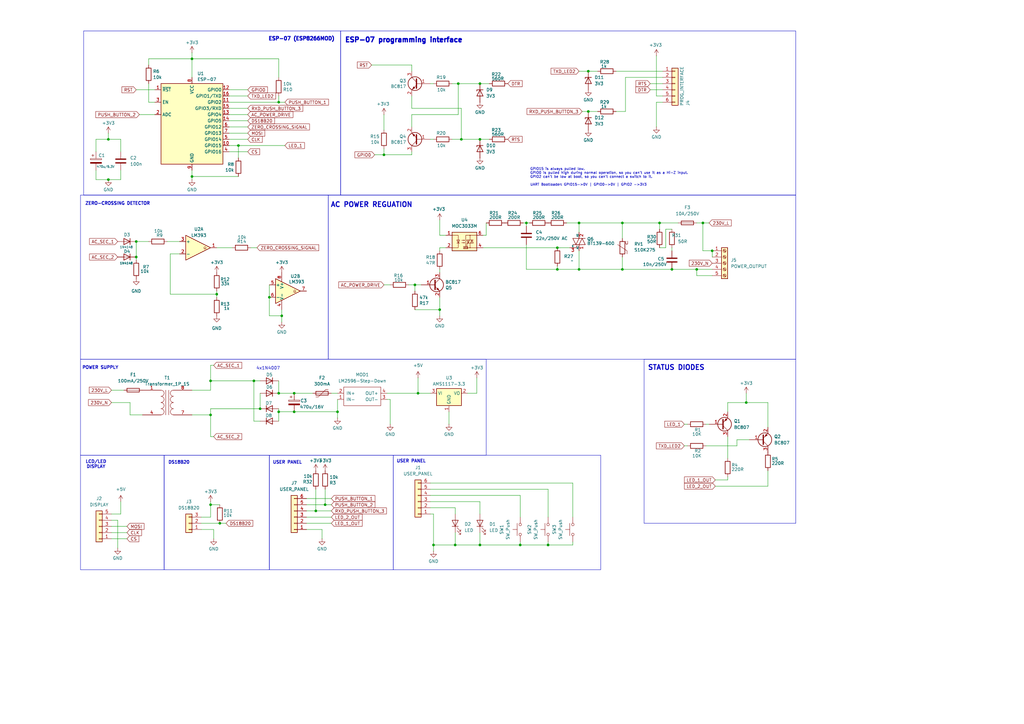
<source format=kicad_sch>
(kicad_sch (version 20231120) (generator "eeschema") (generator_version "8.0")
  (paper "A3")
  (junction (at 120.65 168.91))
  (junction (at 171.45 161.29))
  (junction (at 196.85 223.52))
  (junction (at 114.3 41.91))
  (junction (at 138.43 168.91))
  (junction (at 55.88 99.06))
  (junction (at 196.85 57.15))
  (junction (at 275.59 110.49))
  (junction (at 44.45 73.66))
  (junction (at 285.75 110.49))
  (junction (at 241.3 29.21))
  (junction (at 106.68 167.64))
  (junction (at 104.14 156.21))
  (junction (at 157.48 63.5))
  (junction (at 86.36 156.21))
  (junction (at 55.88 105.41))
  (junction (at 228.6 101.6))
  (junction (at 110.49 121.92))
  (junction (at 213.36 223.52))
  (junction (at 255.27 110.49))
  (junction (at 78.74 24.13))
  (junction (at 114.3 168.91))
  (junction (at 97.79 59.69))
  (junction (at 114.3 161.29))
  (junction (at 224.79 223.52))
  (junction (at 133.35 207.01))
  (junction (at 270.51 91.44))
  (junction (at 90.17 214.63))
  (junction (at 44.45 57.15))
  (junction (at 215.9 91.44))
  (junction (at 255.27 91.44))
  (junction (at 177.8 223.52))
  (junction (at 129.54 209.55))
  (junction (at 292.1 102.87))
  (junction (at 228.6 110.49))
  (junction (at 241.3 45.72))
  (junction (at 306.07 165.1))
  (junction (at 189.23 57.15))
  (junction (at 88.9 120.65))
  (junction (at 288.29 91.44))
  (junction (at 186.69 223.52))
  (junction (at 86.36 170.18))
  (junction (at 196.85 34.29))
  (junction (at 86.36 207.01))
  (junction (at 170.18 116.84))
  (junction (at 237.49 91.44))
  (junction (at 187.96 34.29))
  (junction (at 115.57 129.54))
  (junction (at 180.34 127))
  (junction (at 120.65 161.29))
  (junction (at 237.49 110.49))
  (junction (at 78.74 72.39))
  (wire (pts (xy 195.58 161.29) (xy 191.77 161.29)))
  (wire (pts (xy 314.96 193.04) (xy 314.96 199.39)))
  (wire (pts (xy 176.53 57.15) (xy 177.8 57.15)))
  (wire (pts (xy 133.35 207.01) (xy 135.89 207.01)))
  (wire (pts (xy 68.58 99.06) (xy 73.66 99.06)))
  (wire (pts (xy 52.07 215.9) (xy 45.72 215.9)))
  (wire (pts (xy 138.43 168.91) (xy 138.43 171.45)))
  (wire (pts (xy 168.91 39.37) (xy 168.91 44.45)))
  (wire (pts (xy 114.3 167.64) (xy 114.3 168.91)))
  (wire (pts (xy 271.78 41.91) (xy 269.24 41.91)))
  (wire (pts (xy 255.27 91.44) (xy 255.27 97.79)))
  (wire (pts (xy 97.79 64.77) (xy 97.79 59.69)))
  (wire (pts (xy 93.98 39.37) (xy 101.6 39.37)))
  (wire (pts (xy 252.73 29.21) (xy 271.78 29.21)))
  (wire (pts (xy 114.3 168.91) (xy 114.3 172.72)))
  (wire (pts (xy 185.42 57.15) (xy 189.23 57.15)))
  (wire (pts (xy 176.53 161.29) (xy 171.45 161.29)))
  (wire (pts (xy 88.9 120.65) (xy 88.9 121.92)))
  (wire (pts (xy 214.63 91.44) (xy 215.9 91.44)))
  (wire (pts (xy 88.9 119.38) (xy 88.9 120.65)))
  (wire (pts (xy 86.36 207.01) (xy 86.36 205.74)))
  (wire (pts (xy 293.37 196.85) (xy 298.45 196.85)))
  (wire (pts (xy 60.96 24.13) (xy 78.74 24.13)))
  (wire (pts (xy 157.48 63.5) (xy 157.48 60.96)))
  (wire (pts (xy 78.74 24.13) (xy 78.74 31.75)))
  (wire (pts (xy 39.37 57.15) (xy 44.45 57.15)))
  (wire (pts (xy 106.68 161.29) (xy 106.68 167.64)))
  (wire (pts (xy 78.74 73.66) (xy 78.74 72.39)))
  (wire (pts (xy 114.3 161.29) (xy 120.65 161.29)))
  (wire (pts (xy 292.1 102.87) (xy 288.29 102.87)))
  (wire (pts (xy 255.27 91.44) (xy 270.51 91.44)))
  (wire (pts (xy 52.07 218.44) (xy 45.72 218.44)))
  (wire (pts (xy 102.87 101.6) (xy 105.41 101.6)))
  (wire (pts (xy 104.14 172.72) (xy 106.68 172.72)))
  (wire (pts (xy 176.53 208.28) (xy 186.69 208.28)))
  (wire (pts (xy 93.98 46.99) (xy 101.6 46.99)))
  (wire (pts (xy 224.79 223.52) (xy 234.95 223.52)))
  (wire (pts (xy 78.74 72.39) (xy 78.74 69.85)))
  (wire (pts (xy 57.15 46.99) (xy 63.5 46.99)))
  (wire (pts (xy 269.24 22.86) (xy 269.24 39.37)))
  (wire (pts (xy 114.3 39.37) (xy 114.3 41.91)))
  (wire (pts (xy 266.7 36.83) (xy 271.78 36.83)))
  (wire (pts (xy 285.75 110.49) (xy 292.1 110.49)))
  (wire (pts (xy 285.75 110.49) (xy 285.75 113.03)))
  (wire (pts (xy 78.74 21.59) (xy 78.74 24.13)))
  (wire (pts (xy 177.8 223.52) (xy 177.8 226.06)))
  (wire (pts (xy 196.85 205.74) (xy 196.85 210.82)))
  (wire (pts (xy 241.3 29.21) (xy 245.11 29.21)))
  (wire (pts (xy 177.8 210.82) (xy 177.8 223.52)))
  (wire (pts (xy 184.15 168.91) (xy 184.15 173.99)))
  (wire (pts (xy 180.34 101.6) (xy 180.34 102.87)))
  (wire (pts (xy 288.29 91.44) (xy 290.83 91.44)))
  (wire (pts (xy 86.36 160.02) (xy 78.74 160.02)))
  (wire (pts (xy 86.36 212.09) (xy 86.36 207.01)))
  (wire (pts (xy 44.45 57.15) (xy 49.53 57.15)))
  (wire (pts (xy 215.9 91.44) (xy 215.9 92.71)))
  (wire (pts (xy 273.05 93.98) (xy 273.05 101.6)))
  (wire (pts (xy 275.59 101.6) (xy 275.59 102.87)))
  (wire (pts (xy 88.9 120.65) (xy 69.85 120.65)))
  (wire (pts (xy 198.12 101.6) (xy 228.6 101.6)))
  (wire (pts (xy 39.37 62.23) (xy 39.37 57.15)))
  (wire (pts (xy 55.88 105.41) (xy 55.88 106.68)))
  (wire (pts (xy 86.36 207.01) (xy 90.17 207.01)))
  (wire (pts (xy 49.53 57.15) (xy 49.53 62.23)))
  (wire (pts (xy 213.36 203.2) (xy 213.36 212.09)))
  (wire (pts (xy 280.67 182.88) (xy 281.94 182.88)))
  (wire (pts (xy 186.69 223.52) (xy 196.85 223.52)))
  (wire (pts (xy 170.18 116.84) (xy 172.72 116.84)))
  (wire (pts (xy 228.6 110.49) (xy 237.49 110.49)))
  (wire (pts (xy 125.73 217.17) (xy 132.08 217.17)))
  (wire (pts (xy 82.55 214.63) (xy 90.17 214.63)))
  (wire (pts (xy 115.57 129.54) (xy 115.57 127)))
  (wire (pts (xy 69.85 120.65) (xy 69.85 104.14)))
  (wire (pts (xy 93.98 36.83) (xy 101.6 36.83)))
  (wire (pts (xy 106.68 167.64) (xy 86.36 167.64)))
  (wire (pts (xy 158.75 161.29) (xy 171.45 161.29)))
  (wire (pts (xy 180.34 96.52) (xy 180.34 90.17)))
  (wire (pts (xy 78.74 24.13) (xy 114.3 24.13)))
  (wire (pts (xy 104.14 156.21) (xy 86.36 156.21)))
  (wire (pts (xy 93.98 44.45) (xy 101.6 44.45)))
  (wire (pts (xy 114.3 24.13) (xy 114.3 31.75)))
  (wire (pts (xy 82.55 217.17) (xy 87.63 217.17)))
  (wire (pts (xy 228.6 101.6) (xy 233.68 101.6)))
  (wire (pts (xy 176.53 198.12) (xy 234.95 198.12)))
  (wire (pts (xy 87.63 179.07) (xy 86.36 179.07)))
  (wire (pts (xy 213.36 222.25) (xy 213.36 223.52)))
  (wire (pts (xy 125.73 207.01) (xy 133.35 207.01)))
  (wire (pts (xy 298.45 195.58) (xy 298.45 196.85)))
  (wire (pts (xy 270.51 101.6) (xy 273.05 101.6)))
  (wire (pts (xy 168.91 26.67) (xy 152.4 26.67)))
  (wire (pts (xy 125.73 212.09) (xy 135.89 212.09)))
  (wire (pts (xy 180.34 127) (xy 170.18 127)))
  (wire (pts (xy 86.36 170.18) (xy 78.74 170.18)))
  (wire (pts (xy 44.45 73.66) (xy 39.37 73.66)))
  (wire (pts (xy 160.02 116.84) (xy 157.48 116.84)))
  (wire (pts (xy 237.49 95.25) (xy 237.49 91.44)))
  (wire (pts (xy 168.91 29.21) (xy 168.91 26.67)))
  (wire (pts (xy 237.49 110.49) (xy 237.49 102.87)))
  (wire (pts (xy 292.1 105.41) (xy 292.1 102.87)))
  (wire (pts (xy 232.41 91.44) (xy 237.49 91.44)))
  (wire (pts (xy 63.5 41.91) (xy 60.96 41.91)))
  (wire (pts (xy 176.53 34.29) (xy 177.8 34.29)))
  (wire (pts (xy 176.53 205.74) (xy 196.85 205.74)))
  (wire (pts (xy 135.89 161.29) (xy 138.43 161.29)))
  (wire (pts (xy 168.91 46.99) (xy 187.96 46.99)))
  (wire (pts (xy 115.57 129.54) (xy 110.49 129.54)))
  (wire (pts (xy 115.57 132.08) (xy 115.57 129.54)))
  (wire (pts (xy 275.59 110.49) (xy 285.75 110.49)))
  (wire (pts (xy 187.96 34.29) (xy 196.85 34.29)))
  (wire (pts (xy 93.98 62.23) (xy 101.6 62.23)))
  (wire (pts (xy 60.96 26.67) (xy 60.96 24.13)))
  (wire (pts (xy 125.73 214.63) (xy 135.89 214.63)))
  (wire (pts (xy 306.07 165.1) (xy 314.96 165.1)))
  (wire (pts (xy 168.91 63.5) (xy 157.48 63.5)))
  (wire (pts (xy 176.53 210.82) (xy 177.8 210.82)))
  (wire (pts (xy 45.72 213.36) (xy 48.26 213.36)))
  (wire (pts (xy 256.54 31.75) (xy 256.54 45.72)))
  (wire (pts (xy 110.49 121.92) (xy 110.49 129.54)))
  (wire (pts (xy 97.79 59.69) (xy 116.84 59.69)))
  (wire (pts (xy 189.23 57.15) (xy 196.85 57.15)))
  (wire (pts (xy 93.98 54.61) (xy 101.6 54.61)))
  (wire (pts (xy 237.49 91.44) (xy 255.27 91.44)))
  (wire (pts (xy 186.69 218.44) (xy 186.69 223.52)))
  (wire (pts (xy 237.49 29.21) (xy 241.3 29.21)))
  (wire (pts (xy 269.24 41.91) (xy 269.24 52.07)))
  (wire (pts (xy 45.72 165.1) (xy 53.34 165.1)))
  (wire (pts (xy 87.63 149.86) (xy 86.36 149.86)))
  (wire (pts (xy 196.85 218.44) (xy 196.85 223.52)))
  (wire (pts (xy 271.78 39.37) (xy 269.24 39.37)))
  (wire (pts (xy 182.88 96.52) (xy 180.34 96.52)))
  (wire (pts (xy 195.58 154.94) (xy 195.58 161.29)))
  (wire (pts (xy 270.51 91.44) (xy 278.13 91.44)))
  (wire (pts (xy 293.37 199.39) (xy 314.96 199.39)))
  (wire (pts (xy 39.37 73.66) (xy 39.37 69.85)))
  (wire (pts (xy 185.42 34.29) (xy 187.96 34.29)))
  (wire (pts (xy 125.73 209.55) (xy 129.54 209.55)))
  (wire (pts (xy 49.53 69.85) (xy 49.53 73.66)))
  (wire (pts (xy 52.07 220.98) (xy 45.72 220.98)))
  (wire (pts (xy 213.36 223.52) (xy 224.79 223.52)))
  (wire (pts (xy 114.3 156.21) (xy 114.3 161.29)))
  (wire (pts (xy 255.27 110.49) (xy 275.59 110.49)))
  (wire (pts (xy 129.54 209.55) (xy 135.89 209.55)))
  (wire (pts (xy 110.49 116.84) (xy 110.49 121.92)))
  (wire (pts (xy 275.59 93.98) (xy 273.05 93.98)))
  (wire (pts (xy 176.53 203.2) (xy 213.36 203.2)))
  (wire (pts (xy 114.3 168.91) (xy 120.65 168.91)))
  (wire (pts (xy 60.96 41.91) (xy 60.96 34.29)))
  (wire (pts (xy 180.34 110.49) (xy 180.34 111.76)))
  (wire (pts (xy 285.75 91.44) (xy 288.29 91.44)))
  (wire (pts (xy 285.75 113.03) (xy 292.1 113.03)))
  (wire (pts (xy 55.88 99.06) (xy 60.96 99.06)))
  (wire (pts (xy 104.14 156.21) (xy 104.14 172.72)))
  (wire (pts (xy 266.7 34.29) (xy 271.78 34.29)))
  (wire (pts (xy 298.45 165.1) (xy 306.07 165.1)))
  (wire (pts (xy 120.65 161.29) (xy 128.27 161.29)))
  (wire (pts (xy 53.34 165.1) (xy 53.34 170.18)))
  (wire (pts (xy 125.73 204.47) (xy 135.89 204.47)))
  (wire (pts (xy 306.07 161.29) (xy 306.07 165.1)))
  (wire (pts (xy 186.69 208.28) (xy 186.69 210.82)))
  (wire (pts (xy 215.9 91.44) (xy 217.17 91.44)))
  (wire (pts (xy 44.45 54.61) (xy 44.45 57.15)))
  (wire (pts (xy 157.48 46.99) (xy 157.48 53.34)))
  (wire (pts (xy 255.27 110.49) (xy 237.49 110.49)))
  (wire (pts (xy 97.79 59.69) (xy 93.98 59.69)))
  (wire (pts (xy 167.64 116.84) (xy 170.18 116.84)))
  (wire (pts (xy 87.63 217.17) (xy 87.63 220.98)))
  (wire (pts (xy 238.76 45.72) (xy 241.3 45.72)))
  (wire (pts (xy 114.3 41.91) (xy 116.84 41.91)))
  (wire (pts (xy 73.66 104.14) (xy 69.85 104.14)))
  (wire (pts (xy 93.98 49.53) (xy 101.6 49.53)))
  (wire (pts (xy 288.29 91.44) (xy 288.29 102.87)))
  (wire (pts (xy 298.45 165.1) (xy 298.45 168.91)))
  (wire (pts (xy 160.02 163.83) (xy 158.75 163.83)))
  (wire (pts (xy 55.88 99.06) (xy 55.88 105.41)))
  (wire (pts (xy 215.9 100.33) (xy 215.9 110.49)))
  (wire (pts (xy 224.79 222.25) (xy 224.79 223.52)))
  (wire (pts (xy 289.56 173.99) (xy 290.83 173.99)))
  (wire (pts (xy 314.96 165.1) (xy 314.96 175.26)))
  (wire (pts (xy 49.53 210.82) (xy 49.53 205.74)))
  (wire (pts (xy 280.67 173.99) (xy 281.94 173.99)))
  (wire (pts (xy 234.95 223.52) (xy 234.95 222.25)))
  (wire (pts (xy 138.43 168.91) (xy 138.43 163.83)))
  (wire (pts (xy 199.39 96.52) (xy 198.12 96.52)))
  (wire (pts (xy 78.74 72.39) (xy 97.79 72.39)))
  (wire (pts (xy 189.23 44.45) (xy 189.23 57.15)))
  (wire (pts (xy 255.27 105.41) (xy 255.27 110.49)))
  (wire (pts (xy 176.53 200.66) (xy 224.79 200.66)))
  (wire (pts (xy 182.88 101.6) (xy 180.34 101.6)))
  (wire (pts (xy 157.48 63.5) (xy 153.67 63.5)))
  (wire (pts (xy 199.39 91.44) (xy 199.39 96.52)))
  (wire (pts (xy 106.68 156.21) (xy 104.14 156.21)))
  (wire (pts (xy 45.72 210.82) (xy 49.53 210.82)))
  (wire (pts (xy 224.79 200.66) (xy 224.79 212.09)))
  (wire (pts (xy 168.91 62.23) (xy 168.91 63.5)))
  (wire (pts (xy 168.91 52.07) (xy 168.91 46.99)))
  (wire (pts (xy 50.8 160.02) (xy 45.72 160.02)))
  (wire (pts (xy 160.02 173.99) (xy 160.02 163.83)))
  (wire (pts (xy 302.26 182.88) (xy 302.26 180.34)))
  (wire (pts (xy 228.6 109.22) (xy 228.6 110.49)))
  (wire (pts (xy 82.55 212.09) (xy 86.36 212.09)))
  (wire (pts (xy 55.88 36.83) (xy 63.5 36.83)))
  (wire (pts (xy 53.34 170.18) (xy 58.42 170.18)))
  (wire (pts (xy 88.9 101.6) (xy 95.25 101.6)))
  (wire (pts (xy 180.34 121.92) (xy 180.34 127)))
  (wire (pts (xy 302.26 180.34) (xy 307.34 180.34)))
  (wire (pts (xy 196.85 34.29) (xy 200.66 34.29)))
  (wire (pts (xy 215.9 110.49) (xy 228.6 110.49)))
  (wire (pts (xy 196.85 223.52) (xy 213.36 223.52)))
  (wire (pts (xy 241.3 45.72) (xy 245.11 45.72)))
  (wire (pts (xy 168.91 44.45) (xy 189.23 44.45)))
  (wire (pts (xy 90.17 214.63) (xy 92.71 214.63)))
  (wire (pts (xy 196.85 57.15) (xy 200.66 57.15)))
  (wire (pts (xy 170.18 116.84) (xy 170.18 119.38)))
  (wire (pts (xy 86.36 167.64) (xy 86.36 170.18)))
  (wire (pts (xy 271.78 31.75) (xy 256.54 31.75)))
  (wire (pts (xy 86.36 170.18) (xy 86.36 179.07)))
  (wire (pts (xy 86.36 156.21) (xy 86.36 160.02)))
  (wire (pts (xy 289.56 182.88) (xy 302.26 182.88)))
  (wire (pts (xy 270.51 91.44) (xy 270.51 93.98)))
  (wire (pts (xy 234.95 198.12) (xy 234.95 212.09)))
  (wire (pts (xy 86.36 149.86) (xy 86.36 156.21)))
  (wire (pts (xy 114.3 41.91) (xy 93.98 41.91)))
  (wire (pts (xy 93.98 57.15) (xy 101.6 57.15)))
  (wire (pts (xy 133.35 200.66) (xy 133.35 207.01)))
  (wire (pts (xy 187.96 46.99) (xy 187.96 34.29)))
  (wire (pts (xy 177.8 223.52) (xy 186.69 223.52)))
  (wire (pts (xy 256.54 45.72) (xy 252.73 45.72)))
  (wire (pts (xy 298.45 179.07) (xy 298.45 187.96)))
  (wire (pts (xy 132.08 217.17) (xy 132.08 220.98)))
  (wire (pts (xy 120.65 168.91) (xy 138.43 168.91)))
  (wire (pts (xy 49.53 73.66) (xy 44.45 73.66)))
  (wire (pts (xy 171.45 161.29) (xy 171.45 154.94)))
  (wire (pts (xy 93.98 52.07) (xy 101.6 52.07)))
  (wire (pts (xy 129.54 200.66) (xy 129.54 209.55)))
  (wire (pts (xy 48.26 213.36) (xy 48.26 224.79)))
  (wire (pts (xy 180.34 127) (xy 180.34 129.54)))
  (rectangle (start 33.02 147.32) (end 199.39 186.69))
  (rectangle (start 264.16 147.32) (end 326.39 214.63))
  (rectangle (start 67.31 186.69) (end 110.49 233.68))
  (rectangle (start 110.49 186.69) (end 161.29 233.68))
  (rectangle (start 34.29 12.7) (end 139.7 80.01))
  (rectangle (start 33.02 186.69) (end 67.31 233.68))
  (rectangle (start 134.62 80.01) (end 326.39 147.32))
  (rectangle (start 33.02 80.01) (end 134.62 147.32))
  (rectangle (start 161.29 186.69) (end 246.38 233.68))
  (rectangle (start 139.7 12.7) (end 326.39 80.01))
  (text "ESP-07 (ESP8266MOD)" (at 123.698 16.002 0) (effects (font (size 1.5 1.5) (thickness 0.4) (bold yes))))
  (text "STATUS DIODES" (at 277.368 150.876 0) (effects (font (size 2 2) (thickness 0.4) (bold yes))))
  (text "4x1N4007" (at 109.982 151.13 0) (effects (font (size 1.27 1.27))))
  (text "USER PANEL" (at 117.856 189.738 0) (effects (font (size 1.27 1.27) (bold yes))))
  (text "GPIO15 is always pulled low.\nGPIO0 is pulled high during normal operation, so you can’t use it as a Hi-Z input.\nGPIO2 can’t be low at boot, so you can’t connect a switch to it.\n\nUART Bootloader: GPIO15->0V | GPIO0->0V | GPIO2 ->3V3" (at 217.424 76.454 0) (effects (font (size 1 1)) (justify left bottom)))
  (text "USER PANEL" (at 168.656 189.23 0) (effects (font (size 1.27 1.27) (bold yes))))
  (text "LCD/LED\nDISPLAY" (at 39.37 190.5 0) (effects (font (size 1.27 1.27) (thickness 0.254) (bold yes))))
  (text "POWER SUPPLY" (at 41.148 150.876 0) (effects (font (size 1.27 1.27) (bold yes))))
  (text "ZERO-CROSSING DETECTOR" (at 48.26 83.566 0) (effects (font (size 1.27 1.27) (bold yes))))
  (text "ESP-07 programming interface" (at 165.608 16.51 0) (effects (font (size 2 2) (thickness 0.6) (bold yes))))
  (text "DS18B20" (at 73.406 189.738 0) (effects (font (size 1.27 1.27) (bold yes))))
  (text "AC POWER REGUATION" (at 152.4 84.074 0) (effects (font (size 2 2) (thickness 0.4) (bold yes))))
  (global_label "DTR" (shape input) (at 266.7 36.83 180) (property "Intersheetrefs" "${INTERSHEET_REFS}" (effects (hide yes))))
  (global_label "RTS" (shape input) (at 208.28 57.15 0) (property "Intersheetrefs" "${INTERSHEET_REFS}" (effects (hide yes))))
  (global_label "PUSH_BUTTON_2" (shape input) (at 135.89 207.01 0) (property "Intersheetrefs" "${INTERSHEET_REFS}" (effects (hide yes))))
  (global_label "LED_2_OUT" (shape input) (at 135.89 212.09 0) (property "Intersheetrefs" "${INTERSHEET_REFS}" (effects (hide yes))))
  (global_label "RST" (shape input) (at 152.4 26.67 180) (property "Intersheetrefs" "${INTERSHEET_REFS}" (effects (hide yes))))
  (global_label "DTR" (shape input) (at 208.28 34.29 0) (property "Intersheetrefs" "${INTERSHEET_REFS}" (effects (hide yes))))
  (global_label "LED_2_OUT" (shape input) (at 293.37 199.39 180) (property "Intersheetrefs" "${INTERSHEET_REFS}" (effects (hide yes))))
  (global_label "CLK" (shape input) (at 52.07 218.44 0) (property "Intersheetrefs" "${INTERSHEET_REFS}" (effects (hide yes))))
  (global_label "TXD_LED2" (shape input) (at 237.49 29.21 180) (property "Intersheetrefs" "${INTERSHEET_REFS}" (effects (hide yes))))
  (global_label "RXD_PUSH_BUTTON_3" (shape input) (at 101.6 44.45 0) (property "Intersheetrefs" "${INTERSHEET_REFS}" (effects (hide yes))))
  (global_label "RTS" (shape input) (at 266.7 34.29 180) (property "Intersheetrefs" "${INTERSHEET_REFS}" (effects (hide yes))))
  (global_label "230V_N" (shape input) (at 292.1 107.95 180) (property "Intersheetrefs" "${INTERSHEET_REFS}" (effects (hide yes))))
  (global_label "GPIO0" (shape input) (at 101.6 36.83 0) (property "Intersheetrefs" "${INTERSHEET_REFS}" (effects (hide yes))))
  (global_label "PUSH_BUTTON_1" (shape input) (at 135.89 204.47 0) (property "Intersheetrefs" "${INTERSHEET_REFS}" (effects (hide yes))))
  (global_label "AC_SEC_2" (shape input) (at 48.26 105.41 180) (property "Intersheetrefs" "${INTERSHEET_REFS}" (effects (hide yes))))
  (global_label "GPIO0" (shape input) (at 153.67 63.5 180) (property "Intersheetrefs" "${INTERSHEET_REFS}" (effects (hide yes))))
  (global_label "230V_L" (shape input) (at 45.72 160.02 180) (property "Intersheetrefs" "${INTERSHEET_REFS}" (effects (hide yes))))
  (global_label "AC_POWER_DRIVE" (shape input) (at 101.6 46.99 0) (property "Intersheetrefs" "${INTERSHEET_REFS}" (effects (hide yes))))
  (global_label "TXD_LED2" (shape input) (at 280.67 182.88 180) (property "Intersheetrefs" "${INTERSHEET_REFS}" (effects (hide yes))))
  (global_label "DS18B20" (shape input) (at 92.71 214.63 0) (property "Intersheetrefs" "${INTERSHEET_REFS}" (effects (hide yes))))
  (global_label "DS18B20" (shape input) (at 101.6 49.53 0) (property "Intersheetrefs" "${INTERSHEET_REFS}" (effects (hide yes))))
  (global_label "RXD_PUSH_BUTTON_3" (shape input) (at 238.76 45.72 180) (property "Intersheetrefs" "${INTERSHEET_REFS}" (effects (hide yes))))
  (global_label "LED_1" (shape input) (at 116.84 59.69 0) (property "Intersheetrefs" "${INTERSHEET_REFS}" (effects (hide yes))))
  (global_label "MOSI" (shape input) (at 101.6 54.61 0) (property "Intersheetrefs" "${INTERSHEET_REFS}" (effects (hide yes))))
  (global_label "CS" (shape input) (at 52.07 220.98 0) (property "Intersheetrefs" "${INTERSHEET_REFS}" (effects (hide yes))))
  (global_label "ZERO_CROSSING_SIGNAL" (shape input) (at 105.41 101.6 0) (property "Intersheetrefs" "${INTERSHEET_REFS}" (effects (hide yes))))
  (global_label "PUSH_BUTTON_1" (shape input) (at 116.84 41.91 0) (property "Intersheetrefs" "${INTERSHEET_REFS}" (effects (hide yes))))
  (global_label "AC_SEC_2" (shape input) (at 87.63 179.07 0) (property "Intersheetrefs" "${INTERSHEET_REFS}" (effects (hide yes))))
  (global_label "AC_SEC_1" (shape input) (at 48.26 99.06 180) (property "Intersheetrefs" "${INTERSHEET_REFS}" (effects (hide yes))))
  (global_label "230V_N" (shape input) (at 45.72 165.1 180) (property "Intersheetrefs" "${INTERSHEET_REFS}" (effects (hide yes))))
  (global_label "RST" (shape input) (at 55.88 36.83 180) (property "Intersheetrefs" "${INTERSHEET_REFS}" (effects (hide yes))))
  (global_label "230V_L" (shape input) (at 290.83 91.44 0) (property "Intersheetrefs" "${INTERSHEET_REFS}" (effects (hide yes))))
  (global_label "AC_POWER_DRIVE" (shape input) (at 157.48 116.84 180) (property "Intersheetrefs" "${INTERSHEET_REFS}" (effects (hide yes))))
  (global_label "AC_SEC_1" (shape input) (at 87.63 149.86 0) (property "Intersheetrefs" "${INTERSHEET_REFS}" (effects (hide yes))))
  (global_label "ZERO_CROSSING_SIGNAL" (shape input) (at 101.6 52.07 0) (property "Intersheetrefs" "${INTERSHEET_REFS}" (effects (hide yes))))
  (global_label "LED_1_OUT" (shape input) (at 135.89 214.63 0) (property "Intersheetrefs" "${INTERSHEET_REFS}" (effects (hide yes))))
  (global_label "LED_1" (shape input) (at 280.67 173.99 180) (property "Intersheetrefs" "${INTERSHEET_REFS}" (effects (hide yes))))
  (global_label "MOSI" (shape input) (at 52.07 215.9 0) (property "Intersheetrefs" "${INTERSHEET_REFS}" (effects (hide yes))))
  (global_label "CS" (shape input) (at 101.6 62.23 0) (property "Intersheetrefs" "${INTERSHEET_REFS}" (effects (hide yes))))
  (global_label "TXD_LED2" (shape input) (at 101.6 39.37 0) (property "Intersheetrefs" "${INTERSHEET_REFS}" (effects (hide yes))))
  (global_label "CLK" (shape input) (at 101.6 57.15 0) (property "Intersheetrefs" "${INTERSHEET_REFS}" (effects (hide yes))))
  (global_label "RXD_PUSH_BUTTON_3" (shape input) (at 135.89 209.55 0) (property "Intersheetrefs" "${INTERSHEET_REFS}" (effects (hide yes))))
  (global_label "PUSH_BUTTON_2" (shape input) (at 57.15 46.99 180) (property "Intersheetrefs" "${INTERSHEET_REFS}" (effects (hide yes))))
  (global_label "LED_1_OUT" (shape input) (at 293.37 196.85 180) (property "Intersheetrefs" "${INTERSHEET_REFS}" (effects (hide yes))))
  (symbol (lib_id "power:GND") (at 177.8 226.06 0) (unit 1)
    (property "Reference" "#PWR07" (effects (hide yes)))
    (property "Value" "GND" (at 177.8 230.1931 0))
    (property "Description" "Power symbol creates a global label with name \"GND\" , ground" (effects (hide yes)))
  )
  (symbol (lib_id "power:GND") (at 160.02 173.99 0) (unit 1)
    (property "Reference" "#PWR017" (effects (hide yes)))
    (property "Value" "GND" (at 160.02 178.1231 0))
    (property "Description" "Power symbol creates a global label with name \"GND\" , ground" (effects (hide yes)))
  )
  (symbol (lib_id "Device:R") (at 97.79 68.58 0) (mirror y) (unit 1)
    (property "Reference" "R8" (at 96.012 67.4116 0) (effects (justify left)))
    (property "Value" "10k" (at 96.012 69.723 0) (effects (justify left)))
    (property "Footprint" "Resistor_SMD:R_0805_2012Metric_Pad1.20x1.40mm_HandSolder" (effects (hide yes)))
  )
  (symbol (lib_id "Device:R") (at 228.6 105.41 0) (mirror y) (unit 1)
    (property "Reference" "R27" (at 235.204 105.156 0) (effects (justify left)))
    (property "Value" "~" (at 235.204 106.934 0) (effects (justify left)))
    (property "Footprint" "My-Footprints:R_Axial_DIN0207_L6.3mm_D2.5mm_P10.16mm_Horizontal" (effects (hide yes)))
  )
  (symbol (lib_id "power:GND") (at 196.85 64.77 0) (unit 1)
    (property "Reference" "#PWR027" (effects (hide yes)))
    (property "Value" "GND" (at 196.85 68.9031 0))
    (property "Description" "Power symbol creates a global label with name \"GND\" , ground" (effects (hide yes)))
  )
  (symbol (lib_id "Device:R") (at 285.75 173.99 270) (unit 1)
    (property "Reference" "R1" (at 287.528 176.276 90) (effects (justify right)))
    (property "Value" "10K" (at 287.782 178.054 90) (effects (justify right)))
    (property "Footprint" "Resistor_SMD:R_0805_2012Metric_Pad1.20x1.40mm_HandSolder" (effects (hide yes)))
    (property "Description" "Resistor" (effects (hide yes)))
  )
  (symbol (lib_id "Connector_Generic:Conn_01x03") (at 77.47 214.63 180) (unit 1)
    (property "Reference" "J3" (at 77.47 205.74 0))
    (property "Value" "DS18B20" (at 77.47 208.28 0))
    (property "Footprint" "My-Footprints-connectors:JST_XA_1x03_P2.54mm_Vertical" (effects (hide yes)))
    (property "Description" "Generic connector, single row, 01x03, script generated (kicad-library-utils/schlib/autogen/connector/)" (effects (hide yes)))
  )
  (symbol (lib_id "Regulator_Linear:AMS1117-3.3") (at 184.15 161.29 0) (unit 1)
    (property "Reference" "U3" (at 184.15 154.94 0))
    (property "Value" "AMS1117-3.3" (at 184.15 157.48 0))
    (property "Footprint" "Package_TO_SOT_SMD:SOT-223-3_TabPin2" (effects (hide yes)))
    (property "Datasheet" "http://www.advanced-monolithic.com/pdf/ds1117.pdf" (effects (hide yes)))
    (property "Description" "1A Low Dropout regulator, positive, 3.3V fixed output, SOT-223" (effects (hide yes)))
  )
  (symbol (lib_id "power:GND") (at 55.88 114.3 0) (unit 1)
    (property "Reference" "#PWR012" (effects (hide yes)))
    (property "Value" "GND" (at 55.88 119.38 0))
    (property "Description" "Power symbol creates a global label with name \"GND\" , ground" (effects (hide yes)))
  )
  (symbol (lib_id "power:GND") (at 78.74 73.66 0) (unit 1)
    (property "Reference" "#PWR011" (effects (hide yes)))
    (property "Value" "GND" (at 78.74 77.7931 0))
    (property "Description" "Power symbol creates a global label with name \"GND\" , ground" (effects (hide yes)))
  )
  (symbol (lib_id "Device:R") (at 88.9 125.73 0) (unit 1)
    (property "Reference" "R13" (at 94.234 124.714 0) (effects (justify right)))
    (property "Value" "1k" (at 94.234 126.492 0) (effects (justify right)))
    (property "Footprint" "Resistor_SMD:R_0805_2012Metric_Pad1.20x1.40mm_HandSolder" (effects (hide yes)))
    (property "Description" "Resistor" (effects (hide yes)))
  )
  (symbol (lib_id "Switch:SW_Push") (at 224.79 217.17 90) (unit 1)
    (property "Reference" "SW2" (at 217.17 217.17 0))
    (property "Value" "SW_Push" (at 219.71 217.17 0))
    (property "Footprint" "My-Footprints:SW_PUSH_6mm" (effects (hide yes)))
    (property "Description" "Push button switch, generic, two pins" (effects (hide yes)))
  )
  (symbol (lib_id "Device:R") (at 133.35 196.85 0) (mirror x) (unit 1)
    (property "Reference" "R3" (at 135.128 198.0184 0) (effects (justify left)))
    (property "Value" "10k" (at 135.128 195.707 0) (effects (justify left)))
    (property "Footprint" "Resistor_SMD:R_0805_2012Metric_Pad1.20x1.40mm_HandSolder" (effects (hide yes)))
  )
  (symbol (lib_id "Device:R") (at 157.48 57.15 0) (mirror y) (unit 1)
    (property "Reference" "R15" (at 155.702 55.9816 0) (effects (justify left)))
    (property "Value" "10k" (at 155.702 58.293 0) (effects (justify left)))
    (property "Footprint" "Resistor_SMD:R_0805_2012Metric_Pad1.20x1.40mm_HandSolder" (effects (hide yes)))
  )
  (symbol (lib_id "power:GND") (at 115.57 132.08 0) (unit 1)
    (property "Reference" "#PWR019" (effects (hide yes)))
    (property "Value" "GND" (at 115.57 136.2131 0))
    (property "Description" "Power symbol creates a global label with name \"GND\" , ground" (effects (hide yes)))
  )
  (symbol (lib_id "Device:R") (at 210.82 91.44 270) (mirror x) (unit 1)
    (property "Reference" "R24" (at 208.28 87.376 90) (effects (justify left)))
    (property "Value" "200R" (at 208.28 89.154 90) (effects (justify left)))
    (property "Footprint" "My-Footprints:R_Axial_DIN0207_L6.3mm_D2.5mm_P10.16mm_Horizontal" (effects (hide yes)))
  )
  (symbol (lib_id "Connector_Generic:Conn_01x05") (at 40.64 215.9 180) (unit 1)
    (property "Reference" "J2" (at 40.64 204.47 0))
    (property "Value" "DISPLAY" (at 40.64 207.01 0))
    (property "Footprint" "My-Footprints:JST_XA_1x05_P2.50mm_Vertical" (effects (hide yes)))
    (property "Description" "Generic connector, single row, 01x05, script generated (kicad-library-utils/schlib/autogen/connector/)" (effects (hide yes)))
  )
  (symbol (lib_id "power:GND") (at 87.63 220.98 0) (unit 1)
    (property "Reference" "#PWR014" (effects (hide yes)))
    (property "Value" "GND" (at 87.63 225.1131 0))
    (property "Description" "Power symbol creates a global label with name \"GND\" , ground" (effects (hide yes)))
  )
  (symbol (lib_id "power:+3V3") (at 269.24 22.86 0) (mirror y) (unit 1)
    (property "Reference" "#PWR030" (effects (hide yes)))
    (property "Value" "+3V3" (at 268.859 18.4658 0))
  )
  (symbol (lib_id "Device:D_Zener") (at 241.3 33.02 90) (mirror x) (unit 1)
    (property "Reference" "D11" (at 243.84 31.7499 90) (effects (justify right)))
    (property "Value" "3V3" (at 243.84 34.2899 90) (effects (justify right)))
    (property "Footprint" "Diode_SMD:D_MiniMELF" (effects (hide yes)))
    (property "Description" "Zener diode" (effects (hide yes)))
  )
  (symbol (lib_id "Comparator:LM393") (at 118.11 119.38 0) (unit 2)
    (property "Reference" "U2" (at 121.158 113.284 0))
    (property "Value" "LM393" (at 121.666 115.57 0))
    (property "Footprint" "Package_DIP:DIP-8_W7.62mm_LongPads" (effects (hide yes)))
    (property "Datasheet" "http://www.ti.com/lit/ds/symlink/lm393.pdf" (effects (hide yes)))
    (property "Description" "Low-Power, Low-Offset Voltage, Dual Comparators, DIP-8/SOIC-8/TO-99-8" (effects (hide yes)))
  )
  (symbol (lib_id "power:GND") (at 269.24 52.07 0) (unit 1)
    (property "Reference" "#PWR031" (effects (hide yes)))
    (property "Value" "GND" (at 269.24 56.2031 0))
    (property "Description" "Power symbol creates a global label with name \"GND\" , ground" (effects (hide yes)))
  )
  (symbol (lib_id "My-Lib:LM2596-Step-Down") (at 140.97 158.75 0) (unit 1)
    (property "Reference" "MOD1" (at 148.59 153.67 0))
    (property "Value" "LM2596-Step-Down" (at 148.59 156.21 0))
    (property "Footprint" "My-Footprints-converters-modules:MP1504_Mini_3A_Step_Down_Conv" (effects (hide yes)))
  )
  (symbol (lib_id "Device:R") (at 55.88 110.49 0) (unit 1)
    (property "Reference" "R7" (at 61.214 109.474 0) (effects (justify right)))
    (property "Value" "10k" (at 61.214 111.252 0) (effects (justify right)))
    (property "Footprint" "Resistor_SMD:R_0805_2012Metric_Pad1.20x1.40mm_HandSolder" (effects (hide yes)))
    (property "Description" "Resistor" (effects (hide yes)))
  )
  (symbol (lib_id "power:+3V3") (at 180.34 90.17 0) (mirror y) (unit 1)
    (property "Reference" "#PWR024" (effects (hide yes)))
    (property "Value" "+3V3" (at 179.959 85.7758 0))
  )
  (symbol (lib_id "Transistor_BJT:BC817") (at 171.45 57.15 180) (unit 1)
    (property "Reference" "Q4" (at 166.5986 55.9816 0) (effects (justify left)))
    (property "Value" "BC817" (at 166.5986 58.293 0) (effects (justify left)))
    (property "Footprint" "Package_TO_SOT_SMD:SOT-23" (effects (hide yes)))
    (property "Datasheet" "http://www.fairchildsemi.com/ds/BC/BC817.pdf" (effects (hide yes)))
  )
  (symbol (lib_id "Relay_SolidState:MOC3033M") (at 190.5 99.06 0) (unit 1)
    (property "Reference" "U4" (at 190.5 90.17 0))
    (property "Value" "MOC3033M" (at 190.5 92.71 0))
    (property "Footprint" "Package_DIP:DIP-6_W7.62mm_LongPads" (effects (hide yes)))
    (property "Datasheet" "https://www.onsemi.com/pub/Collateral/MOC3043M-D.pdf" (effects (hide yes)))
    (property "Description" "Zero Cross Opto-Triac, Vdrm 250V, Ift 5mA, DIP6" (effects (hide yes)))
  )
  (symbol (lib_id "Comparator:LM393") (at 118.11 119.38 0) (unit 3)
    (property "Reference" "U2" (effects (hide yes)))
    (property "Value" "LM393" (effects (hide yes)))
    (property "Footprint" "Package_DIP:DIP-8_W7.62mm_LongPads" (effects (hide yes)))
    (property "Datasheet" "http://www.ti.com/lit/ds/symlink/lm393.pdf" (effects (hide yes)))
    (property "Description" "Low-Power, Low-Offset Voltage, Dual Comparators, DIP-8/SOIC-8/TO-99-8" (effects (hide yes)))
  )
  (symbol (lib_id "Connector:Screw_Terminal_01x05") (at 297.18 107.95 0) (unit 1)
    (property "Reference" "J5" (at 299.72 106.6799 0) (effects (justify left)))
    (property "Value" "POWER_OUTPUT" (at 299.72 109.2199 0) (effects (justify left)))
    (property "Footprint" "My-Footprints-connectors:Screw-Terminal-5.00mm-5pin" (effects (hide yes)))
    (property "Description" "Generic screw terminal, single row, 01x05, script generated (kicad-library-utils/schlib/autogen/connector/)" (effects (hide yes)))
  )
  (symbol (lib_id "Diode:1N4007") (at 110.49 167.64 0) (unit 1)
    (property "Reference" "D7" (at 110.236 165.354 0))
    (property "Value" "1N4007" (effects (hide yes)))
    (property "Footprint" "My-Footprints:DO-41_SOD81_P10.16mm_Horizontal" (effects (hide yes)))
    (property "Datasheet" "http://www.vishay.com/docs/88503/1n4001.pdf" (effects (hide yes)))
    (property "Description" "1000V 1A General Purpose Rectifier Diode, DO-41" (effects (hide yes)))
    (property "Sim.Device" "D" (effects (hide yes)))
    (property "Sim.Pins" "1=K 2=A" (effects (hide yes)))
  )
  (symbol (lib_id "power:+3V3") (at 78.74 21.59 0) (unit 1)
    (property "Reference" "#PWR010" (effects (hide yes)))
    (property "Value" "+3V3" (at 78.74 17.4569 0))
    (property "Description" "Power symbol creates a global label with name \"+3V3\"" (effects (hide yes)))
  )
  (symbol (lib_id "Transistor_BJT:BC807") (at 312.42 180.34 0) (mirror x) (unit 1)
    (property "Reference" "Q2" (at 317.5 179.0699 0) (effects (justify left)))
    (property "Value" "BC807" (at 317.5 181.6099 0) (effects (justify left)))
    (property "Footprint" "Package_TO_SOT_SMD:SOT-23" (effects (hide yes)))
    (property "Datasheet" "https://www.onsemi.com/pub/Collateral/BC808-D.pdf" (effects (hide yes)))
    (property "Description" "0.8A Ic, 45V Vce, PNP Transistor, SOT-23" (effects (hide yes)))
  )
  (symbol (lib_id "Device:R") (at 88.9 115.57 0) (unit 1)
    (property "Reference" "R12" (at 94.234 114.554 0) (effects (justify right)))
    (property "Value" "33k" (at 94.234 116.332 0) (effects (justify right)))
    (property "Footprint" "Resistor_SMD:R_0805_2012Metric_Pad1.20x1.40mm_HandSolder" (effects (hide yes)))
    (property "Description" "Resistor" (effects (hide yes)))
  )
  (symbol (lib_id "power:+3V3") (at 133.35 193.04 0) (unit 1)
    (property "Reference" "#PWR02" (effects (hide yes)))
    (property "Value" "+3V3" (at 133.35 188.9069 0))
    (property "Description" "Power symbol creates a global label with name \"+3V3\"" (effects (hide yes)))
  )
  (symbol (lib_id "Device:D_Zener") (at 241.3 49.53 90) (mirror x) (unit 1)
    (property "Reference" "D12" (at 243.84 48.2599 90) (effects (justify right)))
    (property "Value" "3V3" (at 243.84 50.7999 90) (effects (justify right)))
    (property "Footprint" "Diode_SMD:D_MiniMELF" (effects (hide yes)))
    (property "Description" "Zener diode" (effects (hide yes)))
  )
  (symbol (lib_id "Device:C") (at 215.9 96.52 0) (unit 1)
    (property "Reference" "C4" (at 219.71 95.2499 0) (effects (justify left)))
    (property "Value" "22n/250V AC" (at 219.71 97.7899 0) (effects (justify left)))
    (property "Footprint" "Capacitor_THT:C_Rect_L16.5mm_W6.0mm_P15.00mm_MKT" (effects (hide yes)))
    (property "Description" "Unpolarized capacitor" (effects (hide yes)))
  )
  (symbol (lib_id "Device:R") (at 181.61 34.29 90) (mirror x) (unit 1)
    (property "Reference" "R19" (at 182.88 31.75 90) (effects (justify left)))
    (property "Value" "10k" (at 182.88 36.83 90) (effects (justify left)))
    (property "Footprint" "Resistor_SMD:R_0805_2012Metric_Pad1.20x1.40mm_HandSolder" (effects (hide yes)))
  )
  (symbol (lib_id "Triac_Thyristor:BT139-600") (at 237.49 99.06 0) (unit 1)
    (property "Reference" "Q6" (at 240.792 98.044 0) (effects (justify left)))
    (property "Value" "BT139-600" (at 240.792 99.822 0) (effects (justify left)))
    (property "Footprint" "My-Footprints:TO-220-3_V_Wide_Legs" (effects (hide yes)))
    (property "Datasheet" "https://www.rapidonline.com/pdf/47-3240.pdf" (effects (hide yes)))
    (property "Description" "16A RMS, 600V Off-State Voltage, 4Q Triac, TO-220" (effects (hide yes)))
  )
  (symbol (lib_id "Transistor_BJT:BC807") (at 295.91 173.99 0) (mirror x) (unit 1)
    (property "Reference" "Q1" (at 300.99 172.7199 0) (effects (justify left)))
    (property "Value" "BC807" (at 300.99 175.2599 0) (effects (justify left)))
    (property "Footprint" "Package_TO_SOT_SMD:SOT-23" (effects (hide yes)))
    (property "Datasheet" "https://www.onsemi.com/pub/Collateral/BC808-D.pdf" (effects (hide yes)))
    (property "Description" "0.8A Ic, 45V Vce, PNP Transistor, SOT-23" (effects (hide yes)))
  )
  (symbol (lib_id "power:+3V3") (at 86.36 205.74 0) (unit 1)
    (property "Reference" "#PWR013" (effects (hide yes)))
    (property "Value" "+3V3" (at 86.36 201.6069 0))
    (property "Description" "Power symbol creates a global label with name \"+3V3\"" (effects (hide yes)))
  )
  (symbol (lib_id "Device:R") (at 204.47 57.15 90) (mirror x) (unit 1)
    (property "Reference" "R23" (at 205.486 53.34 90) (effects (justify left)))
    (property "Value" "560R" (at 206.756 55.118 90) (effects (justify left)))
    (property "Footprint" "Resistor_SMD:R_0805_2012Metric_Pad1.20x1.40mm_HandSolder" (effects (hide yes)))
  )
  (symbol (lib_id "power:+5V") (at 49.53 205.74 0) (unit 1)
    (property "Reference" "#PWR09" (effects (hide yes)))
    (property "Value" "+5V" (at 49.53 200.66 0))
    (property "Description" "Power symbol creates a global label with name \"+5V\"" (effects (hide yes)))
  )
  (symbol (lib_id "Device:R") (at 203.2 91.44 270) (mirror x) (unit 1)
    (property "Reference" "R21" (at 200.66 87.376 90) (effects (justify left)))
    (property "Value" "200R" (at 200.66 89.154 90) (effects (justify left)))
    (property "Footprint" "My-Footprints:R_Axial_DIN0207_L6.3mm_D2.5mm_P10.16mm_Horizontal" (effects (hide yes)))
  )
  (symbol (lib_id "Device:R") (at 99.06 101.6 270) (unit 1)
    (property "Reference" "R14" (at 101.092 99.06 90) (effects (justify right)))
    (property "Value" "10k" (at 101.092 97.282 90) (effects (justify right)))
    (property "Footprint" "Resistor_SMD:R_0805_2012Metric_Pad1.20x1.40mm_HandSolder" (effects (hide yes)))
    (property "Description" "Resistor" (effects (hide yes)))
  )
  (symbol (lib_id "power:GND") (at 132.08 220.98 0) (unit 1)
    (property "Reference" "#PWR01" (effects (hide yes)))
    (property "Value" "GND" (at 132.08 225.1131 0))
    (property "Description" "Power symbol creates a global label with name \"GND\" , ground" (effects (hide yes)))
  )
  (symbol (lib_id "Transistor_BJT:BC817") (at 177.8 116.84 0) (unit 1)
    (property "Reference" "Q5" (at 182.6514 118.0084 0) (effects (justify left)))
    (property "Value" "BC817" (at 182.6514 115.697 0) (effects (justify left)))
    (property "Footprint" "Package_TO_SOT_SMD:SOT-23" (effects (hide yes)))
    (property "Datasheet" "http://www.fairchildsemi.com/ds/BC/BC817.pdf" (effects (hide yes)))
  )
  (symbol (lib_id "Connector_Generic:Conn_01x06") (at 276.86 34.29 0) (unit 1)
    (property "Reference" "J4" (at 282.0783 43.434 90) (effects (justify left)))
    (property "Value" "PROG_INTERFACE" (at 279.654 43.434 90) (effects (justify left)))
    (property "Footprint" "My-Footprints-connectors:Conn-01x06" (effects (hide yes)))
    (property "Description" "Generic connector, single row, 01x06, script generated (kicad-library-utils/schlib/autogen/connector/)" (effects (hide yes)))
  )
  (symbol (lib_id "Device:R") (at 270.51 97.79 0) (unit 1)
    (property "Reference" "R30" (at 269.24 97.155 0) (effects (justify right)))
    (property "Value" "50R" (at 269.24 99.06 0) (effects (justify right)))
    (property "Footprint" "My-Footprints:R_Axial_DIN0207_L6.3mm_D2.5mm_P10.16mm_Horizontal" (effects (hide yes)))
  )
  (symbol (lib_id "power:GND") (at 48.26 224.79 0) (unit 1)
    (property "Reference" "#PWR08" (effects (hide yes)))
    (property "Value" "GND" (at 48.26 228.9231 0))
    (property "Description" "Power symbol creates a global label with name \"GND\" , ground" (effects (hide yes)))
  )
  (symbol (lib_id "power:+3V3") (at 195.58 154.94 0) (unit 1)
    (property "Reference" "#PWR023" (effects (hide yes)))
    (property "Value" "+3V3" (at 195.58 150.8069 0))
    (property "Description" "Power symbol creates a global label with name \"+3V3\"" (effects (hide yes)))
  )
  (symbol (lib_id "Device:Varistor") (at 255.27 101.6 180) (unit 1)
    (property "Reference" "RV1" (at 260.096 100.076 0) (effects (justify right)))
    (property "Value" "S10K275" (at 260.096 102.5003 0) (effects (justify right)))
    (property "Footprint" "Varistor:RV_Disc_D7mm_W3.5mm_P5mm" (effects (hide yes)))
    (property "Description" "Voltage dependent resistor" (effects (hide yes)))
    (property "Sim.Name" "kicad_builtin_varistor" (effects (hide yes)))
    (property "Sim.Device" "SUBCKT" (effects (hide yes)))
    (property "Sim.Pins" "1=A 2=B" (effects (hide yes)))
    (property "Sim.Params" "threshold=1k" (effects (hide yes)))
    (property "Sim.Library" "${KICAD7_SYMBOL_DIR}/Simulation_SPICE.sp" (effects (hide yes)))
  )
  (symbol (lib_id "Device:R") (at 90.17 210.82 0) (mirror y) (unit 1)
    (property "Reference" "R11" (at 95.504 209.55 0) (effects (justify left)))
    (property "Value" "10k" (at 95.25 211.328 0) (effects (justify left)))
    (property "Footprint" "Resistor_SMD:R_0805_2012Metric_Pad1.20x1.40mm_HandSolder" (effects (hide yes)))
  )
  (symbol (lib_id "Device:R") (at 129.54 196.85 0) (mirror x) (unit 1)
    (property "Reference" "R32" (at 124.206 197.612 0) (effects (justify left)))
    (property "Value" "10k" (at 124.46 195.326 0) (effects (justify left)))
    (property "Footprint" "Resistor_SMD:R_0805_2012Metric_Pad1.20x1.40mm_HandSolder" (effects (hide yes)))
  )
  (symbol (lib_id "Diode:1N4007") (at 110.49 156.21 180) (unit 1)
    (property "Reference" "D5" (at 110.49 153.67 0))
    (property "Value" "1N4007" (effects (hide yes)))
    (property "Footprint" "My-Footprints:DO-41_SOD81_P10.16mm_Horizontal" (effects (hide yes)))
    (property "Datasheet" "http://www.vishay.com/docs/88503/1n4001.pdf" (effects (hide yes)))
    (property "Description" "1000V 1A General Purpose Rectifier Diode, DO-41" (effects (hide yes)))
    (property "Sim.Device" "D" (effects (hide yes)))
    (property "Sim.Pins" "1=K 2=A" (effects (hide yes)))
  )
  (symbol (lib_id "Device:R") (at 181.61 57.15 90) (mirror x) (unit 1)
    (property "Reference" "R20" (at 182.88 54.61 90) (effects (justify left)))
    (property "Value" "10k" (at 182.88 59.69 90) (effects (justify left)))
    (property "Footprint" "Resistor_SMD:R_0805_2012Metric_Pad1.20x1.40mm_HandSolder" (effects (hide yes)))
  )
  (symbol (lib_id "Device:C_Polarized") (at 120.65 165.1 0) (unit 1)
    (property "Reference" "C3" (at 123.19 164.338 0) (effects (justify left)))
    (property "Value" "470u/16V" (at 122.936 166.878 0) (effects (justify left)))
    (property "Footprint" "Capacitor_THT:CP_Radial_D8.0mm_P2.50mm" (effects (hide yes)))
    (property "Description" "Polarized capacitor" (effects (hide yes)))
  )
  (symbol (lib_id "Device:R") (at 314.96 189.23 180) (unit 1)
    (property "Reference" "R5" (at 316.484 188.214 0) (effects (justify right)))
    (property "Value" "220R" (at 316.484 189.992 0) (effects (justify right)))
    (property "Footprint" "Resistor_SMD:R_0805_2012Metric_Pad1.20x1.40mm_HandSolder" (effects (hide yes)))
    (property "Description" "Resistor" (effects (hide yes)))
  )
  (symbol (lib_id "Device:R") (at 248.92 29.21 90) (mirror x) (unit 1)
    (property "Reference" "R28" (at 249.936 25.4 90) (effects (justify left)))
    (property "Value" "1k" (at 248.92 27.178 90) (effects (justify left)))
    (property "Footprint" "Resistor_SMD:R_0805_2012Metric_Pad1.20x1.40mm_HandSolder" (effects (hide yes)))
  )
  (symbol (lib_id "Diode:1N4007") (at 110.49 172.72 0) (unit 1)
    (property "Reference" "D8" (at 110.236 170.434 0))
    (property "Value" "1N4007" (effects (hide yes)))
    (property "Footprint" "My-Footprints:DO-41_SOD81_P10.16mm_Horizontal" (effects (hide yes)))
    (property "Datasheet" "http://www.vishay.com/docs/88503/1n4001.pdf" (effects (hide yes)))
    (property "Description" "1000V 1A General Purpose Rectifier Diode, DO-41" (effects (hide yes)))
    (property "Sim.Device" "D" (effects (hide yes)))
    (property "Sim.Pins" "1=K 2=A" (effects (hide yes)))
  )
  (symbol (lib_id "power:+3V3") (at 115.57 111.76 0) (unit 1)
    (property "Reference" "#PWR018" (effects (hide yes)))
    (property "Value" "+3V3" (at 115.57 107.6269 0))
    (property "Description" "Power symbol creates a global label with name \"+3V3\"" (effects (hide yes)))
  )
  (symbol (lib_id "Device:R") (at 163.83 116.84 90) (mirror x) (unit 1)
    (property "Reference" "R16" (at 165.354 113.03 90) (effects (justify left)))
    (property "Value" "10k" (at 165.354 114.808 90) (effects (justify left)))
    (property "Footprint" "Resistor_SMD:R_0805_2012Metric_Pad1.20x1.40mm_HandSolder" (effects (hide yes)))
  )
  (symbol (lib_id "Device:D_Zener") (at 196.85 60.96 90) (mirror x) (unit 1)
    (property "Reference" "D10" (at 199.39 59.6899 90) (effects (justify right)))
    (property "Value" "3V3" (at 199.39 62.2299 90) (effects (justify right)))
    (property "Footprint" "Diode_SMD:D_MiniMELF" (effects (hide yes)))
    (property "Description" "Zener diode" (effects (hide yes)))
  )
  (symbol (lib_id "power:+3V3") (at 88.9 111.76 0) (unit 1)
    (property "Reference" "#PWR015" (effects (hide yes)))
    (property "Value" "+3V3" (at 88.9 107.6269 0))
    (property "Description" "Power symbol creates a global label with name \"+3V3\"" (effects (hide yes)))
  )
  (symbol (lib_id "Device:R") (at 298.45 191.77 180) (unit 1)
    (property "Reference" "R4" (at 299.974 190.754 0) (effects (justify right)))
    (property "Value" "220R" (at 299.974 192.532 0) (effects (justify right)))
    (property "Footprint" "Resistor_SMD:R_0805_2012Metric_Pad1.20x1.40mm_HandSolder" (effects (hide yes)))
    (property "Description" "Resistor" (effects (hide yes)))
  )
  (symbol (lib_id "Device:D_Zener") (at 196.85 38.1 90) (mirror x) (unit 1)
    (property "Reference" "D9" (at 199.39 36.8299 90) (effects (justify right)))
    (property "Value" "3V3" (at 199.39 39.3699 90) (effects (justify right)))
    (property "Footprint" "Diode_SMD:D_MiniMELF" (effects (hide yes)))
    (property "Description" "Zener diode" (effects (hide yes)))
  )
  (symbol (lib_id "power:GND") (at 138.43 171.45 0) (unit 1)
    (property "Reference" "#PWR032" (effects (hide yes)))
    (property "Value" "GND" (at 138.43 175.5831 0))
    (property "Description" "Power symbol creates a global label with name \"GND\" , ground" (effects (hide yes)))
  )
  (symbol (lib_id "Device:R") (at 220.98 91.44 270) (mirror x) (unit 1)
    (property "Reference" "R25" (at 218.44 87.376 90) (effects (justify left)))
    (property "Value" "200R" (at 218.44 89.154 90) (effects (justify left)))
    (property "Footprint" "My-Footprints:R_Axial_DIN0207_L6.3mm_D2.5mm_P10.16mm_Horizontal" (effects (hide yes)))
  )
  (symbol (lib_id "power:GND") (at 241.3 36.83 0) (unit 1)
    (property "Reference" "#PWR028" (effects (hide yes)))
    (property "Value" "GND" (at 241.3 40.9631 0))
    (property "Description" "Power symbol creates a global label with name \"GND\" , ground" (effects (hide yes)))
  )
  (symbol (lib_id "power:+5V") (at 171.45 154.94 0) (unit 1)
    (property "Reference" "#PWR020" (effects (hide yes)))
    (property "Value" "+5V" (at 171.45 149.86 0))
    (property "Description" "Power symbol creates a global label with name \"+5V\"" (effects (hide yes)))
  )
  (symbol (lib_id "Device:R") (at 228.6 91.44 270) (mirror x) (unit 1)
    (property "Reference" "R26" (at 226.06 87.376 90) (effects (justify left)))
    (property "Value" "200R" (at 226.06 89.154 90) (effects (justify left)))
    (property "Footprint" "My-Footprints:R_Axial_DIN0207_L6.3mm_D2.5mm_P10.16mm_Horizontal" (effects (hide yes)))
  )
  (symbol (lib_id "power:+3V3") (at 44.45 54.61 0) (unit 1)
    (property "Reference" "#PWR04" (effects (hide yes)))
    (property "Value" "+3V3" (at 44.45 50.4769 0))
    (property "Description" "Power symbol creates a global label with name \"+3V3\"" (effects (hide yes)))
  )
  (symbol (lib_id "Switch:SW_Push") (at 213.36 217.17 90) (unit 1)
    (property "Reference" "SW1" (at 205.74 217.17 0))
    (property "Value" "SW_Push" (at 208.28 217.17 0))
    (property "Footprint" "My-Footprints:SW_PUSH_6mm" (effects (hide yes)))
    (property "Description" "Push button switch, generic, two pins" (effects (hide yes)))
  )
  (symbol (lib_id "Diode:1N4148") (at 52.07 105.41 180) (unit 1)
    (property "Reference" "D4" (at 52.07 103.124 0))
    (property "Value" "1N4148" (at 51.816 107.95 0) (effects (font (size 0.9 0.9))))
    (property "Footprint" "Diode_THT:D_DO-35_SOD27_P7.62mm_Horizontal" (effects (hide yes)))
    (property "Datasheet" "https://assets.nexperia.com/documents/data-sheet/1N4148_1N4448.pdf" (effects (hide yes)))
    (property "Description" "100V 0.15A standard switching diode, DO-35" (effects (hide yes)))
    (property "Sim.Device" "D" (effects (hide yes)))
    (property "Sim.Pins" "1=K 2=A" (effects (hide yes)))
  )
  (symbol (lib_id "Device:Polyfuse") (at 132.08 161.29 90) (unit 1)
    (property "Reference" "F2" (at 132.08 154.94 90))
    (property "Value" "300mA" (at 132.08 157.48 90))
    (property "Footprint" "Fuse:Fuse_2010_5025Metric" (effects (hide yes)))
    (property "Description" "Resettable fuse, polymeric positive temperature coefficient" (effects (hide yes)))
  )
  (symbol (lib_id "Device:Fuse") (at 281.94 91.44 90) (unit 1)
    (property "Reference" "F3" (at 281.94 85.09 90))
    (property "Value" "10A/250V" (at 281.94 87.63 90))
    (property "Footprint" "My-Footprints:Fuseholder_Clip-5x20mm_Eaton_1A5601-01_Inline_P20.80x6.76mm_D1.70mm_Horizontal" (effects (hide yes)))
    (property "Description" "Fuse" (effects (hide yes)))
  )
  (symbol (lib_id "Device:C") (at 275.59 106.68 0) (unit 1)
    (property "Reference" "C5" (at 269.748 106.172 0) (effects (justify left)))
    (property "Value" "10n/250V" (at 263.652 108.458 0) (effects (justify left)))
    (property "Footprint" "Capacitor_THT:C_Rect_L16.5mm_W6.0mm_P15.00mm_MKT" (effects (hide yes)))
  )
  (symbol (lib_id "RF_Module:ESP-07") (at 78.74 52.07 0) (unit 1)
    (property "Reference" "U1" (at 80.9341 30.1455 0) (effects (justify left)))
    (property "Value" "ESP-07" (at 80.9341 32.5698 0) (effects (justify left)))
    (property "Footprint" "RF_Module:ESP-07" (effects (hide yes)))
    (property "Datasheet" "http://wiki.ai-thinker.com/_media/esp8266/esp8266_series_modules_user_manual_v1.1.pdf" (effects (hide yes)))
    (property "Description" "802.11 b/g/n Wi-Fi Module" (effects (hide yes)))
  )
  (symbol (lib_id "power:GND") (at 184.15 173.99 0) (unit 1)
    (property "Reference" "#PWR022" (effects (hide yes)))
    (property "Value" "GND" (at 184.15 178.1231 0))
    (property "Description" "Power symbol creates a global label with name \"GND\" , ground" (effects (hide yes)))
  )
  (symbol (lib_id "Device:R") (at 180.34 106.68 0) (mirror y) (unit 1)
    (property "Reference" "R18" (at 178.562 105.5116 0) (effects (justify left)))
    (property "Value" "47R" (at 178.562 107.823 0) (effects (justify left)))
    (property "Footprint" "Resistor_SMD:R_0805_2012Metric_Pad1.20x1.40mm_HandSolder" (effects (hide yes)))
  )
  (symbol (lib_id "Device:R") (at 248.92 45.72 90) (mirror x) (unit 1)
    (property "Reference" "R29" (at 249.936 41.91 90) (effects (justify left)))
    (property "Value" "1k" (at 248.92 43.688 90) (effects (justify left)))
    (property "Footprint" "Resistor_SMD:R_0805_2012Metric_Pad1.20x1.40mm_HandSolder" (effects (hide yes)))
  )
  (symbol (lib_id "power:GND") (at 241.3 53.34 0) (unit 1)
    (property "Reference" "#PWR029" (effects (hide yes)))
    (property "Value" "GND" (at 241.3 57.4731 0))
    (property "Description" "Power symbol creates a global label with name \"GND\" , ground" (effects (hide yes)))
  )
  (symbol (lib_id "Comparator:LM393") (at 81.28 101.6 0) (unit 1)
    (property "Reference" "U2" (at 81.534 93.98 0))
    (property "Value" "LM393" (at 81.534 96.52 0))
    (property "Footprint" "Package_DIP:DIP-8_W7.62mm_LongPads" (effects (hide yes)))
    (property "Datasheet" "http://www.ti.com/lit/ds/symlink/lm393.pdf" (effects (hide yes)))
    (property "Description" "Low-Power, Low-Offset Voltage, Dual Comparators, DIP-8/SOIC-8/TO-99-8" (effects (hide yes)))
  )
  (symbol (lib_id "power:GND") (at 180.34 129.54 0) (unit 1)
    (property "Reference" "#PWR025" (effects (hide yes)))
    (property "Value" "GND" (at 180.34 133.6731 0))
    (property "Description" "Power symbol creates a global label with name \"GND\" , ground" (effects (hide yes)))
  )
  (symbol (lib_id "Device:R") (at 275.59 97.79 0) (unit 1)
    (property "Reference" "R31" (at 279.4 96.52 0) (effects (justify right)))
    (property "Value" "50R" (at 281.94 99.06 0) (effects (justify right)))
    (property "Footprint" "My-Footprints:R_Axial_DIN0207_L6.3mm_D2.5mm_P10.16mm_Horizontal" (effects (hide yes)))
  )
  (symbol (lib_id "Connector_Generic:Conn_01x06") (at 120.65 212.09 180) (unit 1)
    (property "Reference" "J7" (at 120.65 198.12 0))
    (property "Value" "USER_PANEL" (at 120.65 200.66 0))
    (property "Footprint" "My-Footprints-connectors:JST_XH_1x06_P2.54mm_Vertical" (effects (hide yes)))
    (property "Description" "Generic connector, single row, 01x06, script generated (kicad-library-utils/schlib/autogen/connector/)" (effects (hide yes)))
  )
  (symbol (lib_id "Device:C_Polarized") (at 39.37 66.04 0) (unit 1)
    (property "Reference" "C1" (at 40.386 63.754 0) (effects (justify left)))
    (property "Value" "470u/6,3V" (at 39.624 68.326 0) (effects (font (size 0.9 0.9)) (justify left)))
    (property "Footprint" "Capacitor_THT:CP_Radial_D8.0mm_P3.50mm" (effects (hide yes)))
    (property "Description" "Polarized capacitor" (effects (hide yes)))
  )
  (symbol (lib_id "Device:Fuse") (at 54.61 160.02 90) (unit 1)
    (property "Reference" "F1" (at 54.61 153.67 90))
    (property "Value" "100mA/250V" (at 54.61 156.21 90))
    (property "Footprint" "My-Footprints:Fuseholder_Clip-5x20mm_Eaton_1A5601-01_Inline_P20.80x6.76mm_D1.70mm_Horizontal" (effects (hide yes)))
    (property "Description" "Fuse" (effects (hide yes)))
  )
  (symbol (lib_id "power:+3V3") (at 129.54 193.04 0) (unit 1)
    (property "Reference" "#PWR03" (effects (hide yes)))
    (property "Value" "+3V3" (at 129.54 188.9069 0))
    (property "Description" "Power symbol creates a global label with name \"+3V3\"" (effects (hide yes)))
  )
  (symbol (lib_id "power:+3V3") (at 157.48 46.99 0) (mirror y) (unit 1)
    (property "Reference" "#PWR021" (effects (hide yes)))
    (property "Value" "+3V3" (at 157.099 42.5958 0))
  )
  (symbol (lib_name "LED_1") (lib_id "My-Lib:LED") (at 196.85 214.63 90) (unit 1)
    (property "Reference" "D1" (at 200.66 214.9601 90) (effects (justify right)))
    (property "Value" "LED" (at 200.66 217.5001 90) (effects (justify right)))
    (property "Footprint" "LED_THT:LED_D5.0mm" (effects (hide yes)))
    (property "Description" "Light emitting diode" (effects (hide yes)))
  )
  (symbol (lib_id "My-Lib:LED") (at 186.69 214.63 90) (unit 1)
    (property "Reference" "D2" (at 190.5 214.9601 90) (effects (justify right)))
    (property "Value" "LED" (at 190.5 217.5001 90) (effects (justify right)))
    (property "Footprint" "LED_THT:LED_D5.0mm" (effects (hide yes)))
    (property "Description" "Light emitting diode" (effects (hide yes)))
  )
  (symbol (lib_id "Device:R") (at 64.77 99.06 270) (unit 1)
    (property "Reference" "R9" (at 66.802 96.52 90) (effects (justify right)))
    (property "Value" "10k" (at 66.802 94.742 90) (effects (justify right)))
    (property "Footprint" "Resistor_SMD:R_0805_2012Metric_Pad1.20x1.40mm_HandSolder" (effects (hide yes)))
    (property "Description" "Resistor" (effects (hide yes)))
  )
  (symbol (lib_id "power:GND") (at 44.45 73.66 0) (unit 1)
    (property "Reference" "#PWR05" (effects (hide yes)))
    (property "Value" "GND" (at 44.45 77.7931 0))
    (property "Description" "Power symbol creates a global label with name \"GND\" , ground" (effects (hide yes)))
  )
  (symbol (lib_id "Device:R") (at 114.3 35.56 0) (mirror x) (unit 1)
    (property "Reference" "R10" (at 116.078 36.7284 0) (effects (justify left)))
    (property "Value" "10k" (at 116.078 34.417 0) (effects (justify left)))
    (property "Footprint" "Resistor_SMD:R_0805_2012Metric_Pad1.20x1.40mm_HandSolder" (effects (hide yes)))
  )
  (symbol (lib_id "Device:R") (at 170.18 123.19 0) (mirror x) (unit 1)
    (property "Reference" "R17" (at 171.958 124.3584 0) (effects (justify left)))
    (property "Value" "47k" (at 171.958 122.047 0) (effects (justify left)))
    (property "Footprint" "Resistor_SMD:R_0805_2012Metric_Pad1.20x1.40mm_HandSolder" (effects (hide yes)))
  )
  (symbol (lib_id "Device:C") (at 49.53 66.04 0) (unit 1)
    (property "Reference" "C2" (at 53.34 64.7699 0) (effects (justify left)))
    (property "Value" "100n" (at 53.34 67.3099 0) (effects (justify left)))
    (property "Footprint" "Capacitor_SMD:C_0805_2012Metric" (effects (hide yes)))
    (property "Description" "Unpolarized capacitor" (effects (hide yes)))
  )
  (symbol (lib_id "Device:Transformer_1P_1S") (at 68.58 165.1 0) (unit 1)
    (property "Reference" "T1" (at 68.5927 154.94 0))
    (property "Value" "Transformer_1P_1S" (at 68.5927 157.48 0))
    (property "Footprint" "My-Footprints:Transformer TS2-14" (effects (hide yes)))
    (property "Description" "Transformer, single primary, single secondary" (effects (hide yes)))
  )
  (symbol (lib_id "Connector_Generic:Conn_01x06") (at 171.45 205.74 180) (unit 1)
    (property "Reference" "J1" (at 171.45 191.77 0))
    (property "Value" "USER_PANEL" (at 171.45 194.31 0))
    (property "Footprint" "My-Footprints-connectors:JST_XH_1x06_P2.54mm_Vertical" (effects (hide yes)))
    (property "Description" "Generic connector, single row, 01x06, script generated (kicad-library-utils/schlib/autogen/connector/)" (effects (hide yes)))
  )
  (symbol (lib_id "Transistor_BJT:BC817") (at 171.45 34.29 0) (mirror y) (unit 1)
    (property "Reference" "Q3" (at 166.5986 33.1216 0) (effects (justify left)))
    (property "Value" "BC817" (at 166.5986 35.433 0) (effects (justify left)))
    (property "Footprint" "Package_TO_SOT_SMD:SOT-23" (effects (hide yes)))
    (property "Datasheet" "http://www.fairchildsemi.com/ds/BC/BC817.pdf" (effects (hide yes)))
  )
  (symbol (lib_id "Device:R") (at 60.96 30.48 0) (unit 1)
    (property "Reference" "R6" (at 62.738 29.2678 0) (effects (justify left)))
    (property "Value" "10k" (at 62.738 31.6921 0) (effects (justify left)))
    (property "Footprint" "Capacitor_SMD:C_0805_2012Metric" (effects (hide yes)))
    (property "Description" "Resistor" (effects (hide yes)))
  )
  (symbol (lib_id "power:+3V3") (at 306.07 161.29 0) (unit 1)
    (property "Reference" "#PWR06" (effects (hide yes)))
    (property "Value" "+3V3" (at 306.07 157.1569 0))
    (property "Description" "Power symbol creates a global label with name \"+3V3\"" (effects (hide yes)))
  )
  (symbol (lib_id "Device:R") (at 204.47 34.29 90) (mirror x) (unit 1)
    (property "Reference" "R22" (at 205.486 30.48 90) (effects (justify left)))
    (property "Value" "560R" (at 206.756 32.258 90) (effects (justify left)))
    (property "Footprint" "Resistor_SMD:R_0805_2012Metric_Pad1.20x1.40mm_HandSolder" (effects (hide yes)))
  )
  (symbol (lib_id "Diode:1N4148") (at 52.07 99.06 180) (unit 1)
    (property "Reference" "D3" (at 52.07 96.266 0))
    (property "Value" "1N4148" (at 51.816 101.346 0) (effects (font (size 0.9 0.9))))
    (property "Footprint" "Diode_THT:D_DO-35_SOD27_P7.62mm_Horizontal" (effects (hide yes)))
    (property "Datasheet" "https://assets.nexperia.com/documents/data-sheet/1N4148_1N4448.pdf" (effects (hide yes)))
    (property "Description" "100V 0.15A standard switching diode, DO-35" (effects (hide yes)))
    (property "Sim.Device" "D" (effects (hide yes)))
    (property "Sim.Pins" "1=K 2=A" (effects (hide yes)))
  )
  (symbol (lib_id "power:GND") (at 196.85 41.91 0) (unit 1)
    (property "Reference" "#PWR026" (effects (hide yes)))
    (property "Value" "GND" (at 196.85 46.0431 0))
    (property "Description" "Power symbol creates a global label with name \"GND\" , ground" (effects (hide yes)))
  )
  (symbol (lib_id "power:GND") (at 88.9 129.54 0) (unit 1)
    (property "Reference" "#PWR016" (effects (hide yes)))
    (property "Value" "GND" (at 88.9 134.62 0))
    (property "Description" "Power symbol creates a global label with name \"GND\" , ground" (effects (hide yes)))
  )
  (symbol (lib_id "Switch:SW_Push") (at 234.95 217.17 90) (unit 1)
    (property "Reference" "SW3" (at 227.33 217.17 0))
    (property "Value" "SW_Push" (at 229.87 217.17 0))
    (property "Footprint" "My-Footprints:SW_PUSH_6mm" (effects (hide yes)))
    (property "Description" "Push button switch, generic, two pins" (effects (hide yes)))
  )
  (symbol (lib_id "Device:R") (at 285.75 182.88 270) (unit 1)
    (property "Reference" "R2" (at 287.528 184.912 90) (effects (justify right)))
    (property "Value" "10K" (at 287.782 186.944 90) (effects (justify right)))
    (property "Footprint" "Resistor_SMD:R_0805_2012Metric_Pad1.20x1.40mm_HandSolder" (effects (hide yes)))
    (property "Description" "Resistor" (effects (hide yes)))
  )
  (symbol (lib_id "Diode:1N4007") (at 110.49 161.29 180) (unit 1)
    (property "Reference" "D6" (at 110.49 158.75 0))
    (property "Value" "1N4007" (effects (hide yes)))
    (property "Footprint" "My-Footprints:DO-41_SOD81_P10.16mm_Horizontal" (effects (hide yes)))
    (property "Datasheet" "http://www.vishay.com/docs/88503/1n4001.pdf" (effects (hide yes)))
    (property "Description" "1000V 1A General Purpose Rectifier Diode, DO-41" (effects (hide yes)))
    (property "Sim.Device" "D" (effects (hide yes)))
    (property "Sim.Pins" "1=K 2=A" (effects (hide yes)))
  )
)
</source>
